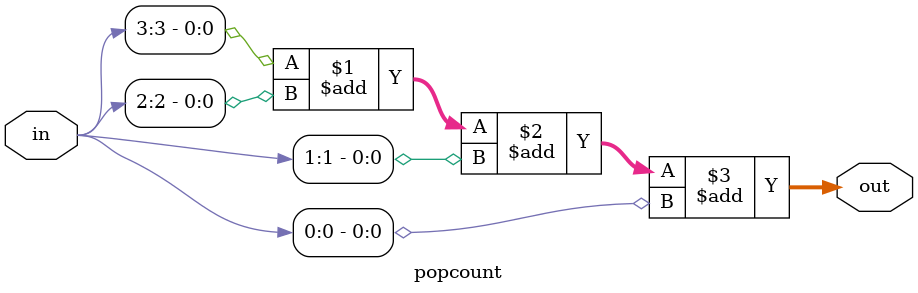
<source format=sv>
module popcount(
   input logic [3:0]  in,
  output logic [2:0] out
);
  assign out = in[3] + in[2] + in[1] + in[0];
endmodule

</source>
